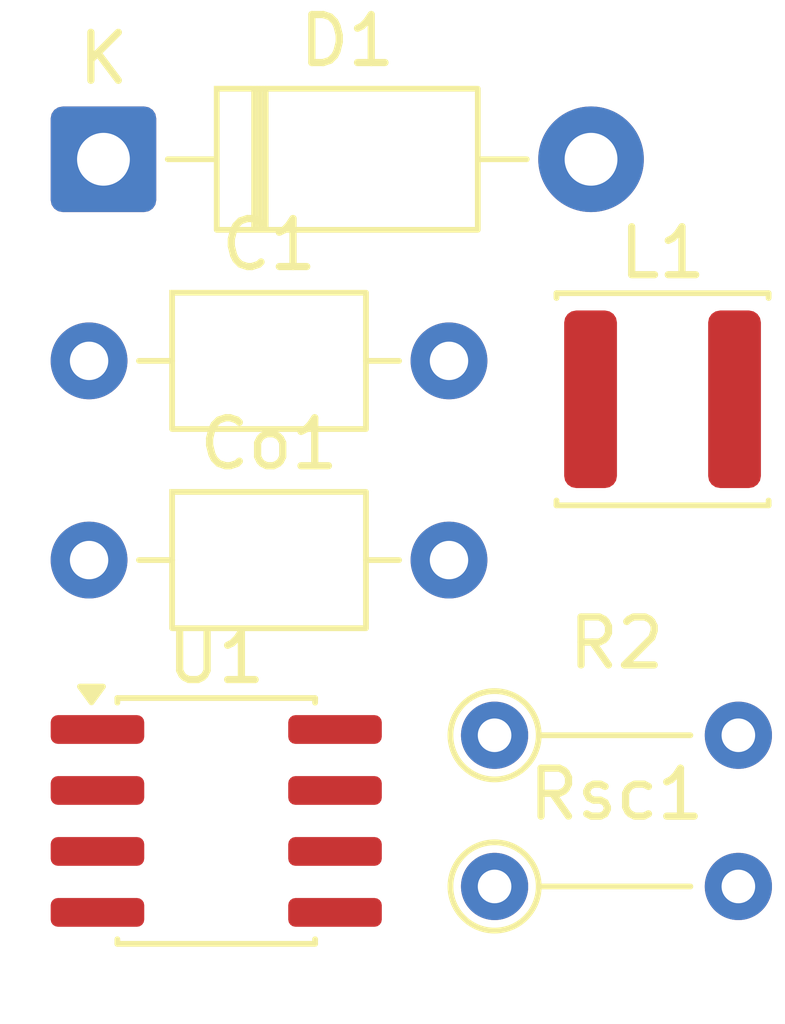
<source format=kicad_pcb>
(kicad_pcb (version 20241229) (generator "pcbnew") (generator_version "9.0")
  (layers (0 "F.Cu" signal) (2 "B.Cu" signal) (13 "F.Paste" user) (15 "B.Paste" user) (5 "F.SilkS" user "F.Silkscreen") (7 "B.SilkS" user "B.Silkscreen") (1 "F.Mask" user) (3 "B.Mask" user) (25 "Edge.Cuts" user))
  (net 0 "")
  (net 1 "VCC")
  (net 2 "GND")
  (net 3 "Net-(Co1-Pad1)")
  (net 4 "Net-(D1-K)")
  (net 5 "Net-(U1-Vfb)")
  (net 6 "Net-(U1-DC)")
  (net 7 "Net-(U1-TC)")
  (footprint "Resistor_THT:R_Axial_DIN0204_L3.6mm_D1.6mm_P5.08mm_Vertical" (layer "F.Cu") (at 162.92 100.85)
    (property "Reference" "R2" (at 2.54 -1.92 0) (layer "F.SilkS"))
    (property "Value" "3,6k")
    (fp_line (start 0.92 0) (end 4.08 0) (stroke (width 0.12)) (layer "F.SilkS"))
    (fp_circle (center 0 0) (end 0.92 0) (stroke (width 0.12)) (fill no) (layer "F.SilkS"))
    (pad "1" thru_hole circle (at 0 0) (size 1.4 1.4) (drill 0.7) (layers "*.Cu" "*.Mask") (net 5 "Net-(U1-Vfb)"))
    (pad "2" thru_hole circle (at 5.08 0) (size 1.4 1.4) (drill 0.7) (layers "*.Cu" "*.Mask") (net 3 "Net-(Co1-Pad1)"))
  )
  (footprint "Capacitor_THT:C_Axial_L3.8mm_D2.6mm_P7.50mm_Horizontal" (layer "F.Cu") (at 154.47 93.05)
    (property "Reference" "C1" (at 3.75 -2.42 0) (layer "F.SilkS"))
    (property "Value" "100uF")
    (fp_line (start 1.04 0) (end 1.73 0) (stroke (width 0.12)) (layer "F.SilkS"))
    (fp_line (start 6.46 0) (end 5.77 0) (stroke (width 0.12)) (layer "F.SilkS"))
    (fp_rect (start 1.73 -1.42) (end 5.77 1.42) (stroke (width 0.12)) (fill no) (layer "F.SilkS"))
    (pad "1" thru_hole circle (at 0 0) (size 1.6 1.6) (drill 0.8) (layers "*.Cu" "*.Mask") (net 1 "VCC"))
    (pad "2" thru_hole circle (at 7.5 0) (size 1.6 1.6) (drill 0.8) (layers "*.Cu" "*.Mask") (net 2 "GND"))
  )
  (footprint "Resistor_THT:R_Axial_DIN0204_L3.6mm_D1.6mm_P5.08mm_Vertical" (layer "F.Cu") (at 162.92 104)
    (property "Reference" "Rsc1" (at 2.54 -1.92 0) (layer "F.SilkS"))
    (property "Value" "0,33")
    (fp_line (start 0.92 0) (end 4.08 0) (stroke (width 0.12)) (layer "F.SilkS"))
    (fp_circle (center 0 0) (end 0.92 0) (stroke (width 0.12)) (fill no) (layer "F.SilkS"))
    (pad "1" thru_hole circle (at 0 0) (size 1.4 1.4) (drill 0.7) (layers "*.Cu" "*.Mask") (net 1 "VCC"))
    (pad "2" thru_hole circle (at 5.08 0) (size 1.4 1.4) (drill 0.7) (layers "*.Cu" "*.Mask") (net 6 "Net-(U1-DC)"))
  )
  (footprint "Package_SO:SOIC-8_3.9x4.9mm_P1.27mm" (layer "F.Cu") (at 157.12 102.635)
    (property "Reference" "U1" (at 0 -3.4 0) (layer "F.SilkS"))
    (property "Value" "MC34063AP")
    (fp_line (start -2.06 -2.56) (end 2.06 -2.56) (stroke (width 0.12)) (layer "F.SilkS"))
    (fp_line (start -2.06 -2.465) (end -2.06 -2.56) (stroke (width 0.12)) (layer "F.SilkS"))
    (fp_line (start -2.06 2.56) (end -2.06 2.465) (stroke (width 0.12)) (layer "F.SilkS"))
    (fp_line (start 2.06 -2.56) (end 2.06 -2.465) (stroke (width 0.12)) (layer "F.SilkS"))
    (fp_line (start 2.06 2.465) (end 2.06 2.56) (stroke (width 0.12)) (layer "F.SilkS"))
    (fp_line (start 2.06 2.56) (end -2.06 2.56) (stroke (width 0.12)) (layer "F.SilkS"))
    (fp_poly (pts (xy -2.6 -2.47) (xy -2.84 -2.8) (xy -2.36 -2.8)) (stroke (width 0.12)) (fill yes) (layer "F.SilkS"))
    (pad "1" smd roundrect (at -2.475 -1.905) (size 1.95 0.6) (layers "F.Cu" "F.Mask" "F.Paste") (net 6 "Net-(U1-DC)"))
    (pad "2" smd roundrect (at -2.475 -0.635) (size 1.95 0.6) (layers "F.Cu" "F.Mask" "F.Paste") (net 4 "Net-(D1-K)"))
    (pad "3" smd roundrect (at -2.475 0.635) (size 1.95 0.6) (layers "F.Cu" "F.Mask" "F.Paste") (net 7 "Net-(U1-TC)"))
    (pad "4" smd roundrect (at -2.475 1.905) (size 1.95 0.6) (layers "F.Cu" "F.Mask" "F.Paste") (net 2 "GND"))
    (pad "5" smd roundrect (at 2.475 1.905) (size 1.95 0.6) (layers "F.Cu" "F.Mask" "F.Paste") (net 5 "Net-(U1-Vfb)"))
    (pad "6" smd roundrect (at 2.475 0.635) (size 1.95 0.6) (layers "F.Cu" "F.Mask" "F.Paste") (net 1 "VCC"))
    (pad "7" smd roundrect (at 2.475 -0.635) (size 1.95 0.6) (layers "F.Cu" "F.Mask" "F.Paste") (net 6 "Net-(U1-DC)"))
    (pad "8" smd roundrect (at 2.475 -1.905) (size 1.95 0.6) (layers "F.Cu" "F.Mask" "F.Paste") (net 6 "Net-(U1-DC)"))
  )
  (footprint "Inductor_SMD:L_Pulse_PA4332" (layer "F.Cu") (at 166.42 93.85)
    (property "Reference" "L1" (at 0 -3.05 0) (layer "F.SilkS"))
    (property "Value" "220uH")
    (fp_line (start -2.21 -2.21) (end 2.21 -2.21) (stroke (width 0.12)) (layer "F.SilkS"))
    (fp_line (start -2.21 -2.11) (end -2.21 -2.21) (stroke (width 0.12)) (layer "F.SilkS"))
    (fp_line (start -2.21 2.21) (end -2.21 2.11) (stroke (width 0.12)) (layer "F.SilkS"))
    (fp_line (start 2.21 -2.21) (end 2.21 -2.11) (stroke (width 0.12)) (layer "F.SilkS"))
    (fp_line (start 2.21 2.11) (end 2.21 2.21) (stroke (width 0.12)) (layer "F.SilkS"))
    (fp_line (start 2.21 2.21) (end -2.21 2.21) (stroke (width 0.12)) (layer "F.SilkS"))
    (pad "1" smd roundrect (at -1.5 0) (size 1.1 3.7) (layers "F.Cu" "F.Mask" "F.Paste") (roundrect_rratio 0.227273) (net 4 "Net-(D1-K)"))
    (pad "2" smd roundrect (at 1.5 0) (size 1.1 3.7) (layers "F.Cu" "F.Mask" "F.Paste") (roundrect_rratio 0.227273) (net 3 "Net-(Co1-Pad1)"))
  )
  (footprint "Diode_THT:D_DO-41_SOD81_P10.16mm_Horizontal" (layer "F.Cu") (at 154.77 88.85)
    (property "Reference" "D1" (at 5.08 -2.47 0) (layer "F.SilkS"))
    (property "Value" "1N4001")
    (fp_line (start 1.34 0) (end 2.36 0) (stroke (width 0.12)) (layer "F.SilkS"))
    (fp_line (start 3.14 -1.47) (end 3.14 1.47) (stroke (width 0.12)) (layer "F.SilkS"))
    (fp_line (start 3.26 -1.47) (end 3.26 1.47) (stroke (width 0.12)) (layer "F.SilkS"))
    (fp_line (start 3.38 -1.47) (end 3.38 1.47) (stroke (width 0.12)) (layer "F.SilkS"))
    (fp_line (start 8.82 0) (end 7.8 0) (stroke (width 0.12)) (layer "F.SilkS"))
    (fp_rect (start 2.36 -1.47) (end 7.8 1.47) (stroke (width 0.12)) (fill no) (layer "F.SilkS"))
    (fp_text user "K" (at 0 -2.1 0) (layer "F.SilkS"))
    (pad "1" thru_hole roundrect (at 0 0) (size 2.2 2.2) (drill 1.1) (layers "*.Cu" "*.Mask") (roundrect_rratio 0.113636) (net 4 "Net-(D1-K)"))
    (pad "2" thru_hole circle (at 10.16 0) (size 2.2 2.2) (drill 1.1) (layers "*.Cu" "*.Mask") (net 2 "GND"))
  )
  (footprint "Capacitor_THT:C_Axial_L3.8mm_D2.6mm_P7.50mm_Horizontal" (layer "F.Cu") (at 154.47 97.2)
    (property "Reference" "Co1" (at 3.75 -2.42 0) (layer "F.SilkS"))
    (property "Value" "470uF")
    (fp_line (start 1.04 0) (end 1.73 0) (stroke (width 0.12)) (layer "F.SilkS"))
    (fp_line (start 6.46 0) (end 5.77 0) (stroke (width 0.12)) (layer "F.SilkS"))
    (fp_rect (start 1.73 -1.42) (end 5.77 1.42) (stroke (width 0.12)) (fill no) (layer "F.SilkS"))
    (pad "1" thru_hole circle (at 0 0) (size 1.6 1.6) (drill 0.8) (layers "*.Cu" "*.Mask") (net 3 "Net-(Co1-Pad1)"))
    (pad "2" thru_hole circle (at 7.5 0) (size 1.6 1.6) (drill 0.8) (layers "*.Cu" "*.Mask") (net 2 "GND"))
  )
)
</source>
